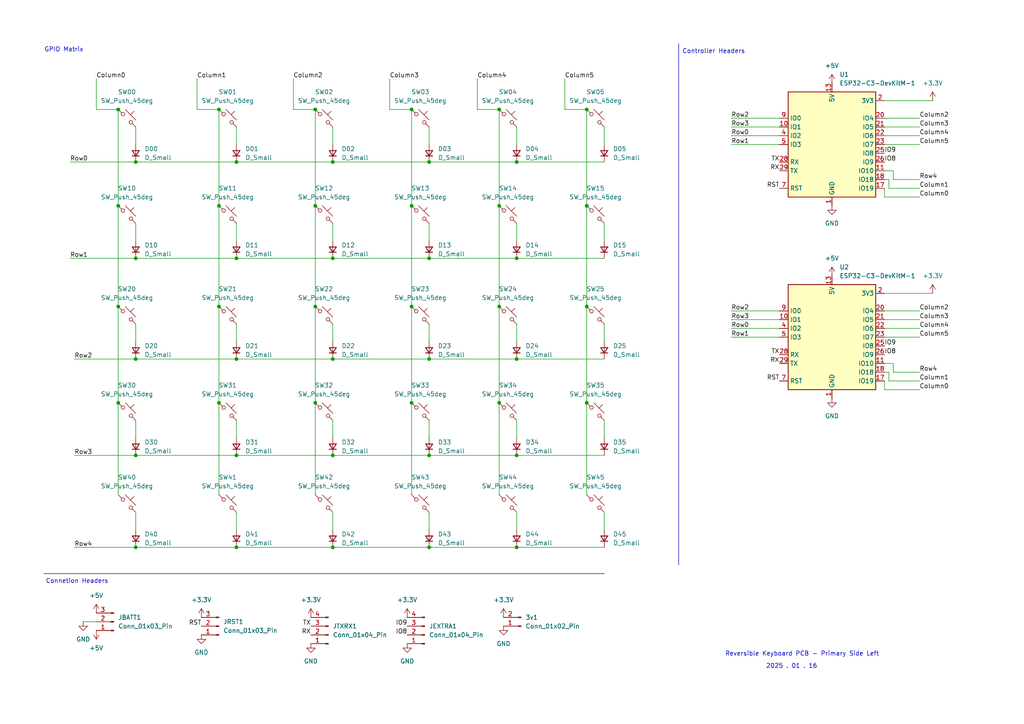
<source format=kicad_sch>
(kicad_sch (version 20231120) (generator "eeschema") (generator_version "8.0")
  (paper "A4")
  (lib_symbols
    (symbol "Connector:Conn_01x02_Pin" (pin_names (offset 1.016) hide)
      (property "Reference" "J" (at 0 2.54 0))
      (property "Value" "Conn_01x02_Pin" (at 0 -5.08 0))
      (symbol "Conn_01x02_Pin_1_1"
        (polyline (pts (xy 1.27 -2.54) (xy 0.8636 -2.54)) (stroke (width 0.1524)))
        (polyline (pts (xy 1.27 0) (xy 0.8636 0)) (stroke (width 0.1524)))
        (rectangle (start 0.8636 -2.413) (end 0 -2.667) (stroke (width 0.1524)) (fill (type outline)))
        (rectangle (start 0.8636 0.127) (end 0 -0.127) (stroke (width 0.1524)) (fill (type outline)))
        (pin passive line (at 5.08 0 180) (length 3.81) (name "Pin_1") (number "1"))
        (pin passive line (at 5.08 -2.54 180) (length 3.81) (name "Pin_2") (number "2"))
      )
    )
    (symbol "Connector:Conn_01x03_Pin" (pin_names (offset 1.016) hide)
      (property "Reference" "J" (at 0 5.08 0))
      (property "Value" "Conn_01x03_Pin" (at 0 -5.08 0))
      (symbol "Conn_01x03_Pin_1_1"
        (polyline (pts (xy 1.27 -2.54) (xy 0.8636 -2.54)) (stroke (width 0.1524)))
        (polyline (pts (xy 1.27 0) (xy 0.8636 0)) (stroke (width 0.1524)))
        (polyline (pts (xy 1.27 2.54) (xy 0.8636 2.54)) (stroke (width 0.1524)))
        (rectangle (start 0.8636 -2.413) (end 0 -2.667) (stroke (width 0.1524)) (fill (type outline)))
        (rectangle (start 0.8636 0.127) (end 0 -0.127) (stroke (width 0.1524)) (fill (type outline)))
        (rectangle (start 0.8636 2.667) (end 0 2.413) (stroke (width 0.1524)) (fill (type outline)))
        (pin passive line (at 5.08 2.54 180) (length 3.81) (name "Pin_1") (number "1"))
        (pin passive line (at 5.08 0 180) (length 3.81) (name "Pin_2") (number "2"))
        (pin passive line (at 5.08 -2.54 180) (length 3.81) (name "Pin_3") (number "3"))
      )
    )
    (symbol "Connector:Conn_01x04_Pin" (pin_names (offset 1.016) hide)
      (property "Reference" "J" (at 0 5.08 0))
      (property "Value" "Conn_01x04_Pin" (at 0 -7.62 0))
      (symbol "Conn_01x04_Pin_1_1"
        (polyline (pts (xy 1.27 -5.08) (xy 0.8636 -5.08)) (stroke (width 0.1524)))
        (polyline (pts (xy 1.27 -2.54) (xy 0.8636 -2.54)) (stroke (width 0.1524)))
        (polyline (pts (xy 1.27 0) (xy 0.8636 0)) (stroke (width 0.1524)))
        (polyline (pts (xy 1.27 2.54) (xy 0.8636 2.54)) (stroke (width 0.1524)))
        (rectangle (start 0.8636 -4.953) (end 0 -5.207) (stroke (width 0.1524)) (fill (type outline)))
        (rectangle (start 0.8636 -2.413) (end 0 -2.667) (stroke (width 0.1524)) (fill (type outline)))
        (rectangle (start 0.8636 0.127) (end 0 -0.127) (stroke (width 0.1524)) (fill (type outline)))
        (rectangle (start 0.8636 2.667) (end 0 2.413) (stroke (width 0.1524)) (fill (type outline)))
        (pin passive line (at 5.08 2.54 180) (length 3.81) (name "Pin_1") (number "1"))
        (pin passive line (at 5.08 0 180) (length 3.81) (name "Pin_2") (number "2"))
        (pin passive line (at 5.08 -2.54 180) (length 3.81) (name "Pin_3") (number "3"))
        (pin passive line (at 5.08 -5.08 180) (length 3.81) (name "Pin_4") (number "4"))
      )
    )
    (symbol "Device:D_Small" (pin_numbers hide) (pin_names (offset 0.254) hide)
      (property "Reference" "D" (at -1.27 2.032 0))
      (property "Value" "D_Small" (at -3.81 -2.032 0))
      (symbol "D_Small_0_1"
        (polyline (pts (xy -0.762 -1.016) (xy -0.762 1.016)) (stroke (width 0.254)))
        (polyline (pts (xy -0.762 0) (xy 0.762 0)))
        (polyline (pts (xy 0.762 -1.016) (xy -0.762 0) (xy 0.762 1.016) (xy 0.762 -1.016)) (stroke (width 0.254)))
      )
      (symbol "D_Small_1_1"
        (pin passive line (at -2.54 0 0) (length 1.778) (name "K") (number "1"))
        (pin passive line (at 2.54 0 180) (length 1.778) (name "A") (number "2"))
      )
    )
    (symbol "RF_Module:ESP32-C3-DevKitM-1"
      (property "Reference" "U" (at 7.62 16.51 0))
      (property "Value" "ESP32-C3-DevKitM-1" (at 11.684 -16.764 0))
      (symbol "ESP32-C3-DevKitM-1_1_1"
        (rectangle (start -12.7 15.24) (end 12.7 -15.24) (stroke (width 0.254)) (fill (type background)))
        (pin power_in line (at 0 -17.78 90) (length 2.54) (name "GND") (number "1"))
        (pin bidirectional line (at -15.24 5.08 0) (length 2.54) (name "IO1") (number "10"))
        (pin bidirectional line (at 15.24 -7.62 180) (length 2.54) (name "IO10") (number "11"))
        (pin passive line (at 0 -17.78 90) (length 2.54) hide (name "GND") (number "12"))
        (pin passive line (at 0 17.78 270) (length 2.54) (name "5V") (number "13"))
        (pin passive line (at 0 17.78 270) (length 2.54) hide (name "5V") (number "14"))
        (pin passive line (at 0 -17.78 90) (length 2.54) hide (name "GND") (number "15"))
        (pin passive line (at 0 -17.78 90) (length 2.54) hide (name "GND") (number "16"))
        (pin bidirectional line (at 15.24 -12.7 180) (length 2.54) (name "IO19") (number "17"))
        (pin bidirectional line (at 15.24 -10.16 180) (length 2.54) (name "IO18") (number "18"))
        (pin passive line (at 0 -17.78 90) (length 2.54) hide (name "GND") (number "19"))
        (pin power_out line (at 15.24 12.7 180) (length 2.54) (name "3V3") (number "2"))
        (pin bidirectional line (at 15.24 7.62 180) (length 2.54) (name "IO4") (number "20"))
        (pin bidirectional line (at 15.24 5.08 180) (length 2.54) (name "IO5") (number "21"))
        (pin bidirectional line (at 15.24 2.54 180) (length 2.54) (name "IO6") (number "22"))
        (pin bidirectional line (at 15.24 0 180) (length 2.54) (name "IO7") (number "23"))
        (pin passive line (at 0 -17.78 90) (length 2.54) hide (name "GND") (number "24"))
        (pin bidirectional line (at 15.24 -2.54 180) (length 2.54) (name "IO8") (number "25"))
        (pin bidirectional line (at 15.24 -5.08 180) (length 2.54) (name "IO9") (number "26"))
        (pin passive line (at 0 -17.78 90) (length 2.54) hide (name "GND") (number "27"))
        (pin input line (at -15.24 -5.08 0) (length 2.54) (name "RX") (number "28"))
        (pin output line (at -15.24 -7.62 0) (length 2.54) (name "TX") (number "29"))
        (pin passive line (at 15.24 12.7 180) (length 2.54) hide (name "3V3") (number "3"))
        (pin passive line (at 0 -17.78 90) (length 2.54) hide (name "GND") (number "30"))
        (pin bidirectional line (at -15.24 2.54 0) (length 2.54) (name "IO2") (number "4"))
        (pin bidirectional line (at -15.24 0 0) (length 2.54) (name "IO3") (number "5"))
        (pin passive line (at 0 -17.78 90) (length 2.54) hide (name "GND") (number "6"))
        (pin input line (at -15.24 -12.7 0) (length 2.54) (name "RST") (number "7"))
        (pin passive line (at 0 -17.78 90) (length 2.54) hide (name "GND") (number "8"))
        (pin bidirectional line (at -15.24 7.62 0) (length 2.54) (name "IO0") (number "9"))
      )
    )
    (symbol "Switch:SW_Push_45deg" (pin_numbers hide) (pin_names (offset 1.016) hide)
      (property "Reference" "SW" (at 3.048 1.016 0))
      (property "Value" "SW_Push_45deg" (at 0 -3.81 0))
      (symbol "SW_Push_45deg_0_1"
        (circle (center -1.1684 1.1684) (radius 0.508))
        (polyline (pts (xy -0.508 2.54) (xy 2.54 -0.508)))
        (polyline (pts (xy 1.016 1.016) (xy 2.032 2.032)))
        (polyline (pts (xy -2.54 2.54) (xy -1.524 1.524) (xy -1.524 1.524)))
        (polyline (pts (xy 1.524 -1.524) (xy 2.54 -2.54) (xy 2.54 -2.54) (xy 2.54 -2.54)))
        (circle (center 1.143 -1.1938) (radius 0.508))
        (pin passive line (at -2.54 2.54 0) (length 0) (name "1") (number "1"))
        (pin passive line (at 2.54 -2.54 180) (length 0) (name "2") (number "2"))
      )
    )
    (symbol "power:+3.3V" (power) (pin_numbers hide) (pin_names (offset 0) hide)
      (property "Value" "+3.3V" (at 0 3.556 0))
      (symbol "+3.3V_0_1"
        (polyline (pts (xy -0.762 1.27) (xy 0 2.54)))
        (polyline (pts (xy 0 0) (xy 0 2.54)))
        (polyline (pts (xy 0 2.54) (xy 0.762 1.27)))
      )
      (symbol "+3.3V_1_1"
        (pin power_in line (at 0 0 90) (length 0) (name "~") (number "1"))
      )
    )
    (symbol "power:+5V" (power) (pin_numbers hide) (pin_names (offset 0) hide)
      (property "Value" "+5V" (at 0 3.556 0))
      (symbol "+5V_0_1"
        (polyline (pts (xy -0.762 1.27) (xy 0 2.54)))
        (polyline (pts (xy 0 0) (xy 0 2.54)))
        (polyline (pts (xy 0 2.54) (xy 0.762 1.27)))
      )
      (symbol "+5V_1_1"
        (pin power_in line (at 0 0 90) (length 0) (name "~") (number "1"))
      )
    )
    (symbol "power:GND" (power) (pin_numbers hide) (pin_names (offset 0) hide)
      (property "Value" "GND" (at 0 -3.81 0))
      (symbol "GND_0_1"
        (polyline (pts (xy 0 0) (xy 0 -1.27) (xy 1.27 -1.27) (xy 0 -2.54) (xy -1.27 -1.27) (xy 0 -1.27)))
      )
      (symbol "GND_1_1"
        (pin power_in line (at 0 0 270) (length 0) (name "~") (number "1"))
      )
    )
  )
  (junction (at 39.37 74.93))
  (junction (at 63.5 59.69))
  (junction (at 124.46 46.99))
  (junction (at 149.86 132.08))
  (junction (at 170.18 59.69))
  (junction (at 96.52 104.14))
  (junction (at 149.86 74.93))
  (junction (at 124.46 104.14))
  (junction (at 91.44 31.75))
  (junction (at 34.29 59.69))
  (junction (at 96.52 46.99))
  (junction (at 39.37 132.08))
  (junction (at 144.78 31.75))
  (junction (at 39.37 104.14))
  (junction (at 68.58 74.93))
  (junction (at 68.58 158.75))
  (junction (at 144.78 116.84))
  (junction (at 124.46 74.93))
  (junction (at 34.29 116.84))
  (junction (at 170.18 116.84))
  (junction (at 96.52 132.08))
  (junction (at 34.29 31.75))
  (junction (at 119.38 59.69))
  (junction (at 91.44 88.9))
  (junction (at 34.29 88.9))
  (junction (at 124.46 132.08))
  (junction (at 119.38 88.9))
  (junction (at 63.5 31.75))
  (junction (at 119.38 116.84))
  (junction (at 144.78 59.69))
  (junction (at 68.58 132.08))
  (junction (at 149.86 158.75))
  (junction (at 119.38 31.75))
  (junction (at 170.18 88.9))
  (junction (at 63.5 116.84))
  (junction (at 96.52 158.75))
  (junction (at 149.86 46.99))
  (junction (at 39.37 158.75))
  (junction (at 144.78 88.9))
  (junction (at 63.5 88.9))
  (junction (at 39.37 46.99))
  (junction (at 91.44 59.69))
  (junction (at 96.52 74.93))
  (junction (at 170.18 31.75))
  (junction (at 124.46 158.75))
  (junction (at 149.86 104.14))
  (junction (at 91.44 116.84))
  (junction (at 68.58 104.14))
  (junction (at 68.58 46.99))
  (wire (pts (xy 256.54 36.83) (xy 266.7 36.83)))
  (wire (pts (xy 138.43 31.75) (xy 144.78 31.75)))
  (wire (pts (xy 68.58 121.92) (xy 68.58 127)))
  (wire (pts (xy 149.86 64.77) (xy 149.86 69.85)))
  (wire (pts (xy 144.78 88.9) (xy 144.78 116.84)))
  (wire (pts (xy 57.15 31.75) (xy 63.5 31.75)))
  (wire (pts (xy 39.37 132.08) (xy 68.58 132.08)))
  (wire (pts (xy 175.26 148.59) (xy 175.26 153.67)))
  (wire (pts (xy 68.58 104.14) (xy 96.52 104.14)))
  (wire (pts (xy 96.52 46.99) (xy 124.46 46.99)))
  (wire (pts (xy 257.81 52.07) (xy 257.81 54.61)))
  (wire (pts (xy 256.54 95.25) (xy 266.7 95.25)))
  (wire (pts (xy 170.18 116.84) (xy 170.18 143.51)))
  (wire (pts (xy 91.44 88.9) (xy 91.44 116.84)))
  (wire (pts (xy 149.86 36.83) (xy 149.86 41.91)))
  (wire (pts (xy 257.81 110.49) (xy 266.7 110.49)))
  (wire (pts (xy 34.29 88.9) (xy 34.29 116.84)))
  (wire (pts (xy 212.09 95.25) (xy 226.06 95.25)))
  (wire (pts (xy 21.59 104.14) (xy 39.37 104.14)))
  (wire (pts (xy 259.08 107.95) (xy 266.7 107.95)))
  (wire (pts (xy 256.54 113.03) (xy 266.7 113.03)))
  (wire (pts (xy 113.03 22.86) (xy 113.03 31.75)))
  (wire (pts (xy 149.86 46.99) (xy 175.26 46.99)))
  (wire (pts (xy 138.43 22.86) (xy 138.43 31.75)))
  (wire (pts (xy 256.54 34.29) (xy 266.7 34.29)))
  (wire (pts (xy 256.54 29.21) (xy 270.51 29.21)))
  (wire (pts (xy 68.58 36.83) (xy 68.58 41.91)))
  (wire (pts (xy 149.86 148.59) (xy 149.86 153.67)))
  (wire (pts (xy 91.44 31.75) (xy 91.44 59.69)))
  (wire (pts (xy 149.86 158.75) (xy 175.26 158.75)))
  (wire (pts (xy 68.58 158.75) (xy 96.52 158.75)))
  (wire (pts (xy 68.58 148.59) (xy 68.58 153.67)))
  (wire (pts (xy 256.54 52.07) (xy 257.81 52.07)))
  (wire (pts (xy 124.46 104.14) (xy 149.86 104.14)))
  (wire (pts (xy 68.58 93.98) (xy 68.58 99.06)))
  (wire (pts (xy 257.81 54.61) (xy 266.7 54.61)))
  (wire (pts (xy 34.29 59.69) (xy 34.29 88.9)))
  (wire (pts (xy 20.32 74.93) (xy 39.37 74.93)))
  (wire (pts (xy 39.37 121.92) (xy 39.37 127)))
  (wire (pts (xy 96.52 74.93) (xy 124.46 74.93)))
  (wire (pts (xy 212.09 92.71) (xy 226.06 92.71)))
  (wire (pts (xy 119.38 59.69) (xy 119.38 88.9)))
  (wire (pts (xy 119.38 31.75) (xy 119.38 59.69)))
  (wire (pts (xy 96.52 64.77) (xy 96.52 69.85)))
  (wire (pts (xy 68.58 46.99) (xy 96.52 46.99)))
  (wire (pts (xy 212.09 90.17) (xy 226.06 90.17)))
  (wire (pts (xy 256.54 107.95) (xy 257.81 107.95)))
  (wire (pts (xy 256.54 57.15) (xy 266.7 57.15)))
  (wire (pts (xy 259.08 49.53) (xy 259.08 52.07)))
  (wire (pts (xy 96.52 36.83) (xy 96.52 41.91)))
  (wire (pts (xy 68.58 64.77) (xy 68.58 69.85)))
  (wire (pts (xy 124.46 121.92) (xy 124.46 127)))
  (wire (pts (xy 256.54 97.79) (xy 266.7 97.79)))
  (wire (pts (xy 256.54 92.71) (xy 266.7 92.71)))
  (wire (pts (xy 212.09 34.29) (xy 226.06 34.29)))
  (wire (pts (xy 68.58 74.93) (xy 96.52 74.93)))
  (wire (pts (xy 163.83 22.86) (xy 163.83 31.75)))
  (wire (pts (xy 68.58 132.08) (xy 96.52 132.08)))
  (wire (pts (xy 34.29 116.84) (xy 34.29 143.51)))
  (wire (pts (xy 113.03 31.75) (xy 119.38 31.75)))
  (wire (pts (xy 256.54 85.09) (xy 270.51 85.09)))
  (wire (pts (xy 124.46 158.75) (xy 149.86 158.75)))
  (wire (pts (xy 212.09 97.79) (xy 226.06 97.79)))
  (wire (pts (xy 63.5 59.69) (xy 63.5 88.9)))
  (wire (pts (xy 256.54 39.37) (xy 266.7 39.37)))
  (wire (pts (xy 256.54 41.91) (xy 266.7 41.91)))
  (wire (pts (xy 27.94 31.75) (xy 34.29 31.75)))
  (wire (pts (xy 39.37 148.59) (xy 39.37 153.67)))
  (wire (pts (xy 91.44 116.84) (xy 91.44 143.51)))
  (wire (pts (xy 149.86 104.14) (xy 175.26 104.14)))
  (wire (pts (xy 39.37 104.14) (xy 68.58 104.14)))
  (wire (pts (xy 85.09 22.86) (xy 85.09 31.75)))
  (wire (pts (xy 39.37 36.83) (xy 39.37 41.91)))
  (wire (pts (xy 257.81 107.95) (xy 257.81 110.49)))
  (wire (pts (xy 39.37 64.77) (xy 39.37 69.85)))
  (wire (pts (xy 63.5 116.84) (xy 63.5 143.51)))
  (wire (pts (xy 119.38 116.84) (xy 119.38 143.51)))
  (polyline (pts (xy 12.7 166.37) (xy 175.26 166.37)))
  (wire (pts (xy 149.86 121.92) (xy 149.86 127)))
  (wire (pts (xy 21.59 158.75) (xy 39.37 158.75)))
  (wire (pts (xy 124.46 132.08) (xy 149.86 132.08)))
  (wire (pts (xy 144.78 31.75) (xy 144.78 59.69)))
  (wire (pts (xy 175.26 64.77) (xy 175.26 69.85)))
  (wire (pts (xy 24.13 180.34) (xy 27.94 180.34)))
  (wire (pts (xy 91.44 59.69) (xy 91.44 88.9)))
  (wire (pts (xy 21.59 132.08) (xy 39.37 132.08)))
  (wire (pts (xy 63.5 88.9) (xy 63.5 116.84)))
  (wire (pts (xy 149.86 132.08) (xy 175.26 132.08)))
  (wire (pts (xy 175.26 121.92) (xy 175.26 127)))
  (wire (pts (xy 34.29 31.75) (xy 34.29 59.69)))
  (wire (pts (xy 256.54 105.41) (xy 259.08 105.41)))
  (wire (pts (xy 170.18 59.69) (xy 170.18 88.9)))
  (wire (pts (xy 63.5 31.75) (xy 63.5 59.69)))
  (wire (pts (xy 124.46 64.77) (xy 124.46 69.85)))
  (wire (pts (xy 256.54 90.17) (xy 266.7 90.17)))
  (wire (pts (xy 119.38 88.9) (xy 119.38 116.84)))
  (wire (pts (xy 39.37 74.93) (xy 68.58 74.93)))
  (wire (pts (xy 27.94 22.86) (xy 27.94 31.75)))
  (wire (pts (xy 259.08 105.41) (xy 259.08 107.95)))
  (wire (pts (xy 124.46 74.93) (xy 149.86 74.93)))
  (wire (pts (xy 212.09 36.83) (xy 226.06 36.83)))
  (wire (pts (xy 96.52 121.92) (xy 96.52 127)))
  (wire (pts (xy 124.46 93.98) (xy 124.46 99.06)))
  (wire (pts (xy 259.08 52.07) (xy 266.7 52.07)))
  (polyline (pts (xy 196.85 12.7) (xy 196.85 163.83)))
  (wire (pts (xy 124.46 36.83) (xy 124.46 41.91)))
  (wire (pts (xy 96.52 104.14) (xy 124.46 104.14)))
  (wire (pts (xy 212.09 41.91) (xy 226.06 41.91)))
  (wire (pts (xy 163.83 31.75) (xy 170.18 31.75)))
  (wire (pts (xy 96.52 93.98) (xy 96.52 99.06)))
  (wire (pts (xy 39.37 46.99) (xy 68.58 46.99)))
  (wire (pts (xy 256.54 54.61) (xy 256.54 57.15)))
  (wire (pts (xy 175.26 36.83) (xy 175.26 41.91)))
  (wire (pts (xy 124.46 46.99) (xy 149.86 46.99)))
  (wire (pts (xy 39.37 93.98) (xy 39.37 99.06)))
  (wire (pts (xy 20.32 46.99) (xy 39.37 46.99)))
  (wire (pts (xy 96.52 158.75) (xy 124.46 158.75)))
  (wire (pts (xy 144.78 116.84) (xy 144.78 143.51)))
  (wire (pts (xy 256.54 110.49) (xy 256.54 113.03)))
  (wire (pts (xy 170.18 31.75) (xy 170.18 59.69)))
  (wire (pts (xy 39.37 158.75) (xy 68.58 158.75)))
  (wire (pts (xy 149.86 93.98) (xy 149.86 99.06)))
  (wire (pts (xy 96.52 132.08) (xy 124.46 132.08)))
  (wire (pts (xy 170.18 88.9) (xy 170.18 116.84)))
  (wire (pts (xy 175.26 93.98) (xy 175.26 99.06)))
  (wire (pts (xy 212.09 39.37) (xy 226.06 39.37)))
  (wire (pts (xy 149.86 74.93) (xy 175.26 74.93)))
  (wire (pts (xy 256.54 49.53) (xy 259.08 49.53)))
  (wire (pts (xy 144.78 59.69) (xy 144.78 88.9)))
  (wire (pts (xy 96.52 148.59) (xy 96.52 153.67)))
  (wire (pts (xy 57.15 22.86) (xy 57.15 31.75)))
  (wire (pts (xy 124.46 148.59) (xy 124.46 153.67)))
  (wire (pts (xy 85.09 31.75) (xy 91.44 31.75)))
  (text "Reversible Keyboard PCB - Primary Side Left" (at 232.664 189.738 0) (effects (font (size 1.27 1.27))))
  (text "2025 . 01 . 16" (at 229.616 193.294 0) (effects (font (size 1.27 1.27))))
  (text "Connetion Headers" (at 22.352 168.656 0) (effects (font (size 1.27 1.27))))
  (text "Controller Headers" (at 207.01 14.986 0) (effects (font (size 1.27 1.27))))
  (text "GPIO Matrix" (at 18.542 14.478 0) (effects (font (size 1.27 1.27))))
  (label "Column3" (at 266.7 92.71 0))
  (label "RX" (at 226.06 105.41 180))
  (label "TX" (at 226.06 46.99 180))
  (label "Row0" (at 20.32 46.99 0))
  (label "Column2" (at 266.7 90.17 0))
  (label "RX" (at 90.17 184.15 180))
  (label "Column1" (at 57.15 22.86 0))
  (label "Row4" (at 21.59 158.75 0))
  (label "Column5" (at 163.83 22.86 0))
  (label "TX" (at 90.17 181.61 180))
  (label "Row4" (at 266.7 107.95 0))
  (label "Column2" (at 85.09 22.86 0))
  (label "Row1" (at 20.32 74.93 0))
  (label "Row2" (at 212.09 34.29 0))
  (label "Column4" (at 138.43 22.86 0))
  (label "Column5" (at 266.7 41.91 0))
  (label "TX" (at 226.06 102.87 180))
  (label "Row3" (at 21.59 132.08 0))
  (label "Column3" (at 113.03 22.86 0))
  (label "RST" (at 226.06 54.61 180))
  (label "Row2" (at 21.59 104.14 0))
  (label "IO9" (at 118.11 181.61 180))
  (label "RST" (at 58.42 181.61 180))
  (label "Column4" (at 266.7 95.25 0))
  (label "Row2" (at 212.09 90.17 0))
  (label "Row3" (at 212.09 92.71 0))
  (label "Row1" (at 212.09 41.91 0))
  (label "Column0" (at 266.7 113.03 0))
  (label "Column0" (at 266.7 57.15 0))
  (label "IO8" (at 256.54 102.87 0))
  (label "Row0" (at 212.09 39.37 0))
  (label "RST" (at 226.06 110.49 180))
  (label "IO9" (at 256.54 100.33 0))
  (label "Column0" (at 27.94 22.86 0))
  (label "Column1" (at 266.7 110.49 0))
  (label "IO8" (at 256.54 46.99 0))
  (label "Column2" (at 266.7 34.29 0))
  (label "Column3" (at 266.7 36.83 0))
  (label "RX" (at 226.06 49.53 180))
  (label "Row3" (at 212.09 36.83 0))
  (label "IO8" (at 118.11 184.15 180))
  (label "Column5" (at 266.7 97.79 0))
  (label "Row1" (at 212.09 97.79 0))
  (label "IO9" (at 256.54 44.45 0))
  (label "Column1" (at 266.7 54.61 0))
  (label "Column4" (at 266.7 39.37 0))
  (label "Row0" (at 212.09 95.25 0))
  (label "Row4" (at 266.7 52.07 0))
  (symbol (lib_id "Switch:SW_Push_45deg") (at 147.32 34.29 0) (unit 1)
    (property "Reference" "SW04" (at 147.32 26.67 0))
    (property "Value" "SW_Push_45deg" (at 147.32 29.21 0))
    (property "Footprint" "PCM_Switch_Keyboard_Hotswap_Kailh:SW_Hotswap_Kailh_MX_reversible_1.00u" (effects (hide yes)))
    (property "Description" "Push button switch, normally open, two pins, 45° tilted" (effects (hide yes)))
  )
  (symbol (lib_id "Switch:SW_Push_45deg") (at 172.72 146.05 0) (unit 1)
    (property "Reference" "SW45" (at 172.72 138.43 0))
    (property "Value" "SW_Push_45deg" (at 172.72 140.97 0))
    (property "Footprint" "PCM_Switch_Keyboard_Hotswap_Kailh:SW_Hotswap_Kailh_MX_reversible_1.00u" (effects (hide yes)))
    (property "Description" "Push button switch, normally open, two pins, 45° tilted" (effects (hide yes)))
  )
  (symbol (lib_id "Switch:SW_Push_45deg") (at 66.04 146.05 0) (unit 1)
    (property "Reference" "SW41" (at 66.04 138.43 0))
    (property "Value" "SW_Push_45deg" (at 66.04 140.97 0))
    (property "Footprint" "PCM_Switch_Keyboard_Hotswap_Kailh:SW_Hotswap_Kailh_MX_reversible_1.00u" (effects (hide yes)))
    (property "Description" "Push button switch, normally open, two pins, 45° tilted" (effects (hide yes)))
  )
  (symbol (lib_id "power:+5V") (at 27.94 182.88 180) (unit 1)
    (property "Reference" "#PWR012" (effects (hide yes)))
    (property "Value" "+5V" (at 27.94 187.96 0))
    (property "Description" "Power symbol creates a global label with name \"+5V\"" (effects (hide yes)))
  )
  (symbol (lib_id "Switch:SW_Push_45deg") (at 147.32 62.23 0) (unit 1)
    (property "Reference" "SW14" (at 147.32 54.61 0))
    (property "Value" "SW_Push_45deg" (at 147.32 57.15 0))
    (property "Footprint" "PCM_Switch_Keyboard_Hotswap_Kailh:SW_Hotswap_Kailh_MX_reversible_1.00u" (effects (hide yes)))
    (property "Description" "Push button switch, normally open, two pins, 45° tilted" (effects (hide yes)))
  )
  (symbol (lib_id "Switch:SW_Push_45deg") (at 121.92 91.44 0) (unit 1)
    (property "Reference" "SW23" (at 121.92 83.82 0))
    (property "Value" "SW_Push_45deg" (at 121.92 86.36 0))
    (property "Footprint" "PCM_Switch_Keyboard_Hotswap_Kailh:SW_Hotswap_Kailh_MX_reversible_1.00u" (effects (hide yes)))
    (property "Description" "Push button switch, normally open, two pins, 45° tilted" (effects (hide yes)))
  )
  (symbol (lib_id "Switch:SW_Push_45deg") (at 36.83 34.29 0) (unit 1)
    (property "Reference" "SW00" (at 36.83 26.67 0))
    (property "Value" "SW_Push_45deg" (at 36.83 29.21 0))
    (property "Footprint" "PCM_Switch_Keyboard_Hotswap_Kailh:SW_Hotswap_Kailh_MX_reversible_1.00u" (effects (hide yes)))
    (property "Description" "Push button switch, normally open, two pins, 45° tilted" (effects (hide yes)))
  )
  (symbol (lib_id "Switch:SW_Push_45deg") (at 147.32 146.05 0) (unit 1)
    (property "Reference" "SW44" (at 147.32 138.43 0))
    (property "Value" "SW_Push_45deg" (at 147.32 140.97 0))
    (property "Footprint" "PCM_Switch_Keyboard_Hotswap_Kailh:SW_Hotswap_Kailh_MX_reversible_1.00u" (effects (hide yes)))
    (property "Description" "Push button switch, normally open, two pins, 45° tilted" (effects (hide yes)))
  )
  (symbol (lib_id "power:+5V") (at 241.3 80.01 0) (unit 1)
    (property "Reference" "#PWR015" (effects (hide yes)))
    (property "Value" "+5V" (at 241.3 74.93 0))
    (property "Description" "Power symbol creates a global label with name \"+5V\"" (effects (hide yes)))
  )
  (symbol (lib_id "power:+3.3V") (at 58.42 179.07 0) (unit 1)
    (property "Reference" "#PWR08" (effects (hide yes)))
    (property "Value" "+3.3V" (at 58.42 173.99 0))
    (property "Description" "Power symbol creates a global label with name \"+3.3V\"" (effects (hide yes)))
  )
  (symbol (lib_id "Device:D_Small") (at 124.46 44.45 90) (unit 1)
    (property "Reference" "D03" (at 127 43.1799 90) (effects (justify right)))
    (property "Value" "D_Small" (at 127 45.7199 90) (effects (justify right)))
    (property "Footprint" "Library:D_T-1_P5.08mm_Horizontal_Double_Silkscreen" (effects (hide yes)))
    (property "Description" "Diode, small symbol" (effects (hide yes)))
    (property "Sim.Device" "D" (effects (hide yes)))
    (property "Sim.Pins" "1=K 2=A" (effects (hide yes)))
  )
  (symbol (lib_id "Connector:Conn_01x03_Pin") (at 63.5 181.61 180) (unit 1)
    (property "Reference" "JRST1" (at 64.77 180.3399 0) (effects (justify right)))
    (property "Value" "Conn_01x03_Pin" (at 64.77 182.8799 0) (effects (justify right)))
    (property "Footprint" "Connector_JST:JST_PH_S3B-PH-K_1x03_P2.00mm_Horizontal" (effects (hide yes)))
    (property "Description" "Generic connector, single row, 01x03, script generated" (effects (hide yes)))
  )
  (symbol (lib_id "power:GND") (at 118.11 186.69 0) (unit 1)
    (property "Reference" "#PWR010" (effects (hide yes)))
    (property "Value" "GND" (at 118.11 191.77 0))
    (property "Description" "Power symbol creates a global label with name \"GND\" , ground" (effects (hide yes)))
  )
  (symbol (lib_id "power:+5V") (at 27.94 177.8 0) (unit 1)
    (property "Reference" "#PWR05" (effects (hide yes)))
    (property "Value" "+5V" (at 27.94 172.72 0))
    (property "Description" "Power symbol creates a global label with name \"+5V\"" (effects (hide yes)))
  )
  (symbol (lib_id "Device:D_Small") (at 175.26 129.54 90) (unit 1)
    (property "Reference" "D35" (at 177.8 128.2699 90) (effects (justify right)))
    (property "Value" "D_Small" (at 177.8 130.8099 90) (effects (justify right)))
    (property "Footprint" "Library:D_T-1_P5.08mm_Horizontal_Double_Silkscreen" (effects (hide yes)))
    (property "Description" "Diode, small symbol" (effects (hide yes)))
    (property "Sim.Device" "D" (effects (hide yes)))
    (property "Sim.Pins" "1=K 2=A" (effects (hide yes)))
  )
  (symbol (lib_id "Connector:Conn_01x04_Pin") (at 123.19 184.15 180) (unit 1)
    (property "Reference" "JEXTRA1" (at 124.46 181.6099 0) (effects (justify right)))
    (property "Value" "Conn_01x04_Pin" (at 124.46 184.1499 0) (effects (justify right)))
    (property "Footprint" "Connector_JST:JST_PH_S4B-PH-K_1x04_P2.00mm_Horizontal" (effects (hide yes)))
    (property "Description" "Generic connector, single row, 01x04, script generated" (effects (hide yes)))
  )
  (symbol (lib_id "Device:D_Small") (at 68.58 44.45 90) (unit 1)
    (property "Reference" "D01" (at 71.12 43.1799 90) (effects (justify right)))
    (property "Value" "D_Small" (at 71.12 45.7199 90) (effects (justify right)))
    (property "Footprint" "Library:D_T-1_P5.08mm_Horizontal_Double_Silkscreen" (effects (hide yes)))
    (property "Description" "Diode, small symbol" (effects (hide yes)))
    (property "Sim.Device" "D" (effects (hide yes)))
    (property "Sim.Pins" "1=K 2=A" (effects (hide yes)))
  )
  (symbol (lib_id "Device:D_Small") (at 39.37 72.39 90) (unit 1)
    (property "Reference" "D10" (at 41.91 71.1199 90) (effects (justify right)))
    (property "Value" "D_Small" (at 41.91 73.6599 90) (effects (justify right)))
    (property "Footprint" "Library:D_T-1_P5.08mm_Horizontal_Double_Silkscreen" (effects (hide yes)))
    (property "Description" "Diode, small symbol" (effects (hide yes)))
    (property "Sim.Device" "D" (effects (hide yes)))
    (property "Sim.Pins" "1=K 2=A" (effects (hide yes)))
  )
  (symbol (lib_id "Device:D_Small") (at 96.52 44.45 90) (unit 1)
    (property "Reference" "D02" (at 99.06 43.1799 90) (effects (justify right)))
    (property "Value" "D_Small" (at 99.06 45.7199 90) (effects (justify right)))
    (property "Footprint" "Library:D_T-1_P5.08mm_Horizontal_Double_Silkscreen" (effects (hide yes)))
    (property "Description" "Diode, small symbol" (effects (hide yes)))
    (property "Sim.Device" "D" (effects (hide yes)))
    (property "Sim.Pins" "1=K 2=A" (effects (hide yes)))
  )
  (symbol (lib_id "Device:D_Small") (at 149.86 129.54 90) (unit 1)
    (property "Reference" "D34" (at 152.4 128.2699 90) (effects (justify right)))
    (property "Value" "D_Small" (at 152.4 130.8099 90) (effects (justify right)))
    (property "Footprint" "Library:D_T-1_P5.08mm_Horizontal_Double_Silkscreen" (effects (hide yes)))
    (property "Description" "Diode, small symbol" (effects (hide yes)))
    (property "Sim.Device" "D" (effects (hide yes)))
    (property "Sim.Pins" "1=K 2=A" (effects (hide yes)))
  )
  (symbol (lib_id "power:+3.3V") (at 118.11 179.07 0) (unit 1)
    (property "Reference" "#PWR09" (effects (hide yes)))
    (property "Value" "+3.3V" (at 118.11 173.99 0))
    (property "Description" "Power symbol creates a global label with name \"+3.3V\"" (effects (hide yes)))
  )
  (symbol (lib_id "Switch:SW_Push_45deg") (at 172.72 119.38 0) (unit 1)
    (property "Reference" "SW35" (at 172.72 111.76 0))
    (property "Value" "SW_Push_45deg" (at 172.72 114.3 0))
    (property "Footprint" "PCM_Switch_Keyboard_Hotswap_Kailh:SW_Hotswap_Kailh_MX_reversible_1.25u" (effects (hide yes)))
    (property "Description" "Push button switch, normally open, two pins, 45° tilted" (effects (hide yes)))
  )
  (symbol (lib_id "Device:D_Small") (at 39.37 129.54 90) (unit 1)
    (property "Reference" "D30" (at 41.91 128.2699 90) (effects (justify right)))
    (property "Value" "D_Small" (at 41.91 130.8099 90) (effects (justify right)))
    (property "Footprint" "Library:D_T-1_P5.08mm_Horizontal_Double_Silkscreen" (effects (hide yes)))
    (property "Description" "Diode, small symbol" (effects (hide yes)))
    (property "Sim.Device" "D" (effects (hide yes)))
    (property "Sim.Pins" "1=K 2=A" (effects (hide yes)))
  )
  (symbol (lib_id "Switch:SW_Push_45deg") (at 172.72 91.44 0) (unit 1)
    (property "Reference" "SW25" (at 172.72 83.82 0))
    (property "Value" "SW_Push_45deg" (at 172.72 86.36 0))
    (property "Footprint" "PCM_Switch_Keyboard_Hotswap_Kailh:SW_Hotswap_Kailh_MX_reversible_1.25u" (effects (hide yes)))
    (property "Description" "Push button switch, normally open, two pins, 45° tilted" (effects (hide yes)))
  )
  (symbol (lib_id "Device:D_Small") (at 175.26 44.45 90) (unit 1)
    (property "Reference" "D05" (at 177.8 43.1799 90) (effects (justify right)))
    (property "Value" "D_Small" (at 177.8 45.7199 90) (effects (justify right)))
    (property "Footprint" "Library:D_T-1_P5.08mm_Horizontal_Double_Silkscreen" (effects (hide yes)))
    (property "Description" "Diode, small symbol" (effects (hide yes)))
    (property "Sim.Device" "D" (effects (hide yes)))
    (property "Sim.Pins" "1=K 2=A" (effects (hide yes)))
  )
  (symbol (lib_id "Switch:SW_Push_45deg") (at 36.83 146.05 0) (unit 1)
    (property "Reference" "SW40" (at 36.83 138.43 0))
    (property "Value" "SW_Push_45deg" (at 36.83 140.97 0))
    (property "Footprint" "PCM_Switch_Keyboard_Hotswap_Kailh:SW_Hotswap_Kailh_MX_reversible_1.00u" (effects (hide yes)))
    (property "Description" "Push button switch, normally open, two pins, 45° tilted" (effects (hide yes)))
  )
  (symbol (lib_id "Switch:SW_Push_45deg") (at 36.83 91.44 0) (unit 1)
    (property "Reference" "SW20" (at 36.83 83.82 0))
    (property "Value" "SW_Push_45deg" (at 36.83 86.36 0))
    (property "Footprint" "PCM_Switch_Keyboard_Hotswap_Kailh:SW_Hotswap_Kailh_MX_reversible_1.00u" (effects (hide yes)))
    (property "Description" "Push button switch, normally open, two pins, 45° tilted" (effects (hide yes)))
  )
  (symbol (lib_id "Switch:SW_Push_45deg") (at 147.32 91.44 0) (unit 1)
    (property "Reference" "SW24" (at 147.32 83.82 0))
    (property "Value" "SW_Push_45deg" (at 147.32 86.36 0))
    (property "Footprint" "PCM_Switch_Keyboard_Hotswap_Kailh:SW_Hotswap_Kailh_MX_reversible_1.00u" (effects (hide yes)))
    (property "Description" "Push button switch, normally open, two pins, 45° tilted" (effects (hide yes)))
  )
  (symbol (lib_id "RF_Module:ESP32-C3-DevKitM-1") (at 241.3 97.79 0) (unit 1)
    (property "Reference" "U2" (at 243.4941 77.47 0) (effects (justify left)))
    (property "Value" "ESP32-C3-DevKitM-1" (at 243.4941 80.01 0) (effects (justify left)))
    (property "Footprint" "RF_Module:ESP32-C3-DevKitM-1" (effects (hide yes)))
    (property "Datasheet" "https://docs.espressif.com/projects/esp-idf/en/latest/esp32c3/hw-reference/esp32c3/user-guide-devkitm-1.html" (effects (hide yes)))
    (property "Description" "Development board featuring ESP32-C3-MINI-1 module" (effects (hide yes)))
  )
  (symbol (lib_id "power:+3.3V") (at 90.17 179.07 0) (unit 1)
    (property "Reference" "#PWR06" (effects (hide yes)))
    (property "Value" "+3.3V" (at 90.17 173.99 0))
    (property "Description" "Power symbol creates a global label with name \"+3.3V\"" (effects (hide yes)))
  )
  (symbol (lib_id "power:+3.3V") (at 270.51 85.09 0) (unit 1)
    (property "Reference" "#PWR017" (effects (hide yes)))
    (property "Value" "+3.3V" (at 270.51 80.01 0))
    (property "Description" "Power symbol creates a global label with name \"+3.3V\"" (effects (hide yes)))
  )
  (symbol (lib_id "power:+3.3V") (at 270.51 29.21 0) (unit 1)
    (property "Reference" "#PWR03" (effects (hide yes)))
    (property "Value" "+3.3V" (at 270.51 24.13 0))
    (property "Description" "Power symbol creates a global label with name \"+3.3V\"" (effects (hide yes)))
  )
  (symbol (lib_id "Device:D_Small") (at 96.52 129.54 90) (unit 1)
    (property "Reference" "D32" (at 99.06 128.2699 90) (effects (justify right)))
    (property "Value" "D_Small" (at 99.06 130.8099 90) (effects (justify right)))
    (property "Footprint" "Library:D_T-1_P5.08mm_Horizontal_Double_Silkscreen" (effects (hide yes)))
    (property "Description" "Diode, small symbol" (effects (hide yes)))
    (property "Sim.Device" "D" (effects (hide yes)))
    (property "Sim.Pins" "1=K 2=A" (effects (hide yes)))
  )
  (symbol (lib_id "Switch:SW_Push_45deg") (at 66.04 62.23 0) (unit 1)
    (property "Reference" "SW11" (at 66.04 54.61 0))
    (property "Value" "SW_Push_45deg" (at 66.04 57.15 0))
    (property "Footprint" "PCM_Switch_Keyboard_Hotswap_Kailh:SW_Hotswap_Kailh_MX_reversible_1.00u" (effects (hide yes)))
    (property "Description" "Push button switch, normally open, two pins, 45° tilted" (effects (hide yes)))
  )
  (symbol (lib_id "Device:D_Small") (at 149.86 72.39 90) (unit 1)
    (property "Reference" "D14" (at 152.4 71.1199 90) (effects (justify right)))
    (property "Value" "D_Small" (at 152.4 73.6599 90) (effects (justify right)))
    (property "Footprint" "Library:D_T-1_P5.08mm_Horizontal_Double_Silkscreen" (effects (hide yes)))
    (property "Description" "Diode, small symbol" (effects (hide yes)))
    (property "Sim.Device" "D" (effects (hide yes)))
    (property "Sim.Pins" "1=K 2=A" (effects (hide yes)))
  )
  (symbol (lib_id "Switch:SW_Push_45deg") (at 172.72 62.23 0) (unit 1)
    (property "Reference" "SW15" (at 172.72 54.61 0))
    (property "Value" "SW_Push_45deg" (at 172.72 57.15 0))
    (property "Footprint" "PCM_Switch_Keyboard_Hotswap_Kailh:SW_Hotswap_Kailh_MX_reversible_1.25u" (effects (hide yes)))
    (property "Description" "Push button switch, normally open, two pins, 45° tilted" (effects (hide yes)))
  )
  (symbol (lib_id "Switch:SW_Push_45deg") (at 93.98 119.38 0) (unit 1)
    (property "Reference" "SW32" (at 93.98 111.76 0))
    (property "Value" "SW_Push_45deg" (at 93.98 114.3 0))
    (property "Footprint" "PCM_Switch_Keyboard_Hotswap_Kailh:SW_Hotswap_Kailh_MX_reversible_1.00u" (effects (hide yes)))
    (property "Description" "Push button switch, normally open, two pins, 45° tilted" (effects (hide yes)))
  )
  (symbol (lib_id "power:GND") (at 146.05 181.61 0) (unit 1)
    (property "Reference" "#PWR014" (effects (hide yes)))
    (property "Value" "GND" (at 146.05 186.69 0))
    (property "Description" "Power symbol creates a global label with name \"GND\" , ground" (effects (hide yes)))
  )
  (symbol (lib_id "Device:D_Small") (at 149.86 156.21 90) (unit 1)
    (property "Reference" "D44" (at 152.4 154.9399 90) (effects (justify right)))
    (property "Value" "D_Small" (at 152.4 157.4799 90) (effects (justify right)))
    (property "Footprint" "Library:D_T-1_P5.08mm_Horizontal_Double_Silkscreen" (effects (hide yes)))
    (property "Description" "Diode, small symbol" (effects (hide yes)))
    (property "Sim.Device" "D" (effects (hide yes)))
    (property "Sim.Pins" "1=K 2=A" (effects (hide yes)))
  )
  (symbol (lib_id "Switch:SW_Push_45deg") (at 121.92 34.29 0) (unit 1)
    (property "Reference" "SW03" (at 121.92 26.67 0))
    (property "Value" "SW_Push_45deg" (at 121.92 29.21 0))
    (property "Footprint" "PCM_Switch_Keyboard_Hotswap_Kailh:SW_Hotswap_Kailh_MX_reversible_1.00u" (effects (hide yes)))
    (property "Description" "Push button switch, normally open, two pins, 45° tilted" (effects (hide yes)))
  )
  (symbol (lib_id "power:GND") (at 90.17 186.69 0) (unit 1)
    (property "Reference" "#PWR07" (effects (hide yes)))
    (property "Value" "GND" (at 90.17 191.77 0))
    (property "Description" "Power symbol creates a global label with name \"GND\" , ground" (effects (hide yes)))
  )
  (symbol (lib_id "power:GND") (at 24.13 180.34 0) (unit 1)
    (property "Reference" "#PWR04" (effects (hide yes)))
    (property "Value" "GND" (at 24.13 185.42 0))
    (property "Description" "Power symbol creates a global label with name \"GND\" , ground" (effects (hide yes)))
  )
  (symbol (lib_id "Device:D_Small") (at 96.52 156.21 90) (unit 1)
    (property "Reference" "D42" (at 99.06 154.9399 90) (effects (justify right)))
    (property "Value" "D_Small" (at 99.06 157.4799 90) (effects (justify right)))
    (property "Footprint" "Library:D_T-1_P5.08mm_Horizontal_Double_Silkscreen" (effects (hide yes)))
    (property "Description" "Diode, small symbol" (effects (hide yes)))
    (property "Sim.Device" "D" (effects (hide yes)))
    (property "Sim.Pins" "1=K 2=A" (effects (hide yes)))
  )
  (symbol (lib_id "Device:D_Small") (at 149.86 44.45 90) (unit 1)
    (property "Reference" "D04" (at 152.4 43.1799 90) (effects (justify right)))
    (property "Value" "D_Small" (at 152.4 45.7199 90) (effects (justify right)))
    (property "Footprint" "Library:D_T-1_P5.08mm_Horizontal_Double_Silkscreen" (effects (hide yes)))
    (property "Description" "Diode, small symbol" (effects (hide yes)))
    (property "Sim.Device" "D" (effects (hide yes)))
    (property "Sim.Pins" "1=K 2=A" (effects (hide yes)))
  )
  (symbol (lib_id "Device:D_Small") (at 68.58 101.6 90) (unit 1)
    (property "Reference" "D21" (at 71.12 100.3299 90) (effects (justify right)))
    (property "Value" "D_Small" (at 71.12 102.8699 90) (effects (justify right)))
    (property "Footprint" "Library:D_T-1_P5.08mm_Horizontal_Double_Silkscreen" (effects (hide yes)))
    (property "Description" "Diode, small symbol" (effects (hide yes)))
    (property "Sim.Device" "D" (effects (hide yes)))
    (property "Sim.Pins" "1=K 2=A" (effects (hide yes)))
  )
  (symbol (lib_id "power:+3.3V") (at 146.05 179.07 0) (unit 1)
    (property "Reference" "#PWR013" (effects (hide yes)))
    (property "Value" "+3.3V" (at 146.05 173.99 0))
    (property "Description" "Power symbol creates a global label with name \"+3.3V\"" (effects (hide yes)))
  )
  (symbol (lib_id "power:GND") (at 58.42 184.15 0) (unit 1)
    (property "Reference" "#PWR011" (effects (hide yes)))
    (property "Value" "GND" (at 58.42 189.23 0))
    (property "Description" "Power symbol creates a global label with name \"GND\" , ground" (effects (hide yes)))
  )
  (symbol (lib_id "Switch:SW_Push_45deg") (at 36.83 119.38 0) (unit 1)
    (property "Reference" "SW30" (at 36.83 111.76 0))
    (property "Value" "SW_Push_45deg" (at 36.83 114.3 0))
    (property "Footprint" "PCM_Switch_Keyboard_Hotswap_Kailh:SW_Hotswap_Kailh_MX_reversible_1.00u" (effects (hide yes)))
    (property "Description" "Push button switch, normally open, two pins, 45° tilted" (effects (hide yes)))
  )
  (symbol (lib_id "Switch:SW_Push_45deg") (at 66.04 119.38 0) (unit 1)
    (property "Reference" "SW31" (at 66.04 111.76 0))
    (property "Value" "SW_Push_45deg" (at 66.04 114.3 0))
    (property "Footprint" "PCM_Switch_Keyboard_Hotswap_Kailh:SW_Hotswap_Kailh_MX_reversible_1.00u" (effects (hide yes)))
    (property "Description" "Push button switch, normally open, two pins, 45° tilted" (effects (hide yes)))
  )
  (symbol (lib_id "Connector:Conn_01x04_Pin") (at 95.25 184.15 180) (unit 1)
    (property "Reference" "JTXRX1" (at 96.52 181.6099 0) (effects (justify right)))
    (property "Value" "Conn_01x04_Pin" (at 96.52 184.1499 0) (effects (justify right)))
    (property "Footprint" "Connector_JST:JST_PH_S4B-PH-K_1x04_P2.00mm_Horizontal" (effects (hide yes)))
    (property "Description" "Generic connector, single row, 01x04, script generated" (effects (hide yes)))
  )
  (symbol (lib_id "Switch:SW_Push_45deg") (at 66.04 91.44 0) (unit 1)
    (property "Reference" "SW21" (at 66.04 83.82 0))
    (property "Value" "SW_Push_45deg" (at 66.04 86.36 0))
    (property "Footprint" "PCM_Switch_Keyboard_Hotswap_Kailh:SW_Hotswap_Kailh_MX_reversible_1.00u" (effects (hide yes)))
    (property "Description" "Push button switch, normally open, two pins, 45° tilted" (effects (hide yes)))
  )
  (symbol (lib_id "Device:D_Small") (at 68.58 129.54 90) (unit 1)
    (property "Reference" "D31" (at 71.12 128.2699 90) (effects (justify right)))
    (property "Value" "D_Small" (at 71.12 130.8099 90) (effects (justify right)))
    (property "Footprint" "Library:D_T-1_P5.08mm_Horizontal_Double_Silkscreen" (effects (hide yes)))
    (property "Description" "Diode, small symbol" (effects (hide yes)))
    (property "Sim.Device" "D" (effects (hide yes)))
    (property "Sim.Pins" "1=K 2=A" (effects (hide yes)))
  )
  (symbol (lib_id "Device:D_Small") (at 124.46 129.54 90) (unit 1)
    (property "Reference" "D33" (at 127 128.2699 90) (effects (justify right)))
    (property "Value" "D_Small" (at 127 130.8099 90) (effects (justify right)))
    (property "Footprint" "Library:D_T-1_P5.08mm_Horizontal_Double_Silkscreen" (effects (hide yes)))
    (property "Description" "Diode, small symbol" (effects (hide yes)))
    (property "Sim.Device" "D" (effects (hide yes)))
    (property "Sim.Pins" "1=K 2=A" (effects (hide yes)))
  )
  (symbol (lib_id "Device:D_Small") (at 39.37 156.21 90) (unit 1)
    (property "Reference" "D40" (at 41.91 154.9399 90) (effects (justify right)))
    (property "Value" "D_Small" (at 41.91 157.4799 90) (effects (justify right)))
    (property "Footprint" "Library:D_T-1_P5.08mm_Horizontal_Double_Silkscreen" (effects (hide yes)))
    (property "Description" "Diode, small symbol" (effects (hide yes)))
    (property "Sim.Device" "D" (effects (hide yes)))
    (property "Sim.Pins" "1=K 2=A" (effects (hide yes)))
  )
  (symbol (lib_id "Device:D_Small") (at 175.26 72.39 90) (unit 1)
    (property "Reference" "D15" (at 177.8 71.1199 90) (effects (justify right)))
    (property "Value" "D_Small" (at 177.8 73.6599 90) (effects (justify right)))
    (property "Footprint" "Library:D_T-1_P5.08mm_Horizontal_Double_Silkscreen" (effects (hide yes)))
    (property "Description" "Diode, small symbol" (effects (hide yes)))
    (property "Sim.Device" "D" (effects (hide yes)))
    (property "Sim.Pins" "1=K 2=A" (effects (hide yes)))
  )
  (symbol (lib_id "Device:D_Small") (at 124.46 156.21 90) (unit 1)
    (property "Reference" "D43" (at 127 154.9399 90) (effects (justify right)))
    (property "Value" "D_Small" (at 127 157.4799 90) (effects (justify right)))
    (property "Footprint" "Library:D_T-1_P5.08mm_Horizontal_Double_Silkscreen" (effects (hide yes)))
    (property "Description" "Diode, small symbol" (effects (hide yes)))
    (property "Sim.Device" "D" (effects (hide yes)))
    (property "Sim.Pins" "1=K 2=A" (effects (hide yes)))
  )
  (symbol (lib_id "Switch:SW_Push_45deg") (at 36.83 62.23 0) (unit 1)
    (property "Reference" "SW10" (at 36.83 54.61 0))
    (property "Value" "SW_Push_45deg" (at 36.83 57.15 0))
    (property "Footprint" "PCM_Switch_Keyboard_Hotswap_Kailh:SW_Hotswap_Kailh_MX_reversible_1.00u" (effects (hide yes)))
    (property "Description" "Push button switch, normally open, two pins, 45° tilted" (effects (hide yes)))
  )
  (symbol (lib_id "Switch:SW_Push_45deg") (at 66.04 34.29 0) (unit 1)
    (property "Reference" "SW01" (at 66.04 26.67 0))
    (property "Value" "SW_Push_45deg" (at 66.04 29.21 0))
    (property "Footprint" "PCM_Switch_Keyboard_Hotswap_Kailh:SW_Hotswap_Kailh_MX_reversible_1.00u" (effects (hide yes)))
    (property "Description" "Push button switch, normally open, two pins, 45° tilted" (effects (hide yes)))
  )
  (symbol (lib_id "Switch:SW_Push_45deg") (at 147.32 119.38 0) (unit 1)
    (property "Reference" "SW34" (at 147.32 111.76 0))
    (property "Value" "SW_Push_45deg" (at 147.32 114.3 0))
    (property "Footprint" "PCM_Switch_Keyboard_Hotswap_Kailh:SW_Hotswap_Kailh_MX_reversible_1.00u" (effects (hide yes)))
    (property "Description" "Push button switch, normally open, two pins, 45° tilted" (effects (hide yes)))
  )
  (symbol (lib_id "Switch:SW_Push_45deg") (at 121.92 119.38 0) (unit 1)
    (property "Reference" "SW33" (at 121.92 111.76 0))
    (property "Value" "SW_Push_45deg" (at 121.92 114.3 0))
    (property "Footprint" "PCM_Switch_Keyboard_Hotswap_Kailh:SW_Hotswap_Kailh_MX_reversible_1.00u" (effects (hide yes)))
    (property "Description" "Push button switch, normally open, two pins, 45° tilted" (effects (hide yes)))
  )
  (symbol (lib_id "Device:D_Small") (at 39.37 44.45 90) (unit 1)
    (property "Reference" "D00" (at 41.91 43.1799 90) (effects (justify right)))
    (property "Value" "D_Small" (at 41.91 45.7199 90) (effects (justify right)))
    (property "Footprint" "Library:D_T-1_P5.08mm_Horizontal_Double_Silkscreen" (effects (hide yes)))
    (property "Description" "Diode, small symbol" (effects (hide yes)))
    (property "Sim.Device" "D" (effects (hide yes)))
    (property "Sim.Pins" "1=K 2=A" (effects (hide yes)))
  )
  (symbol (lib_id "power:+5V") (at 241.3 24.13 0) (unit 1)
    (property "Reference" "#PWR02" (effects (hide yes)))
    (property "Value" "+5V" (at 241.3 19.05 0))
    (property "Description" "Power symbol creates a global label with name \"+5V\"" (effects (hide yes)))
  )
  (symbol (lib_id "Device:D_Small") (at 124.46 101.6 90) (unit 1)
    (property "Reference" "D23" (at 127 100.3299 90) (effects (justify right)))
    (property "Value" "D_Small" (at 127 102.8699 90) (effects (justify right)))
    (property "Footprint" "Library:D_T-1_P5.08mm_Horizontal_Double_Silkscreen" (effects (hide yes)))
    (property "Description" "Diode, small symbol" (effects (hide yes)))
    (property "Sim.Device" "D" (effects (hide yes)))
    (property "Sim.Pins" "1=K 2=A" (effects (hide yes)))
  )
  (symbol (lib_id "Device:D_Small") (at 68.58 156.21 90) (unit 1)
    (property "Reference" "D41" (at 71.12 154.9399 90) (effects (justify right)))
    (property "Value" "D_Small" (at 71.12 157.4799 90) (effects (justify right)))
    (property "Footprint" "Library:D_T-1_P5.08mm_Horizontal_Double_Silkscreen" (effects (hide yes)))
    (property "Description" "Diode, small symbol" (effects (hide yes)))
    (property "Sim.Device" "D" (effects (hide yes)))
    (property "Sim.Pins" "1=K 2=A" (effects (hide yes)))
  )
  (symbol (lib_id "Connector:Conn_01x02_Pin") (at 151.13 181.61 180) (unit 1)
    (property "Reference" "3v1" (at 152.4 179.0699 0) (effects (justify right)))
    (property "Value" "Conn_01x02_Pin" (at 152.4 181.6099 0) (effects (justify right)))
    (property "Footprint" "Connector_JST:JST_PH_S2B-PH-K_1x02_P2.00mm_Horizontal" (effects (hide yes)))
    (property "Description" "Generic connector, single row, 01x02, script generated" (effects (hide yes)))
  )
  (symbol (lib_id "Switch:SW_Push_45deg") (at 93.98 91.44 0) (unit 1)
    (property "Reference" "SW22" (at 93.98 83.82 0))
    (property "Value" "SW_Push_45deg" (at 93.98 86.36 0))
    (property "Footprint" "PCM_Switch_Keyboard_Hotswap_Kailh:SW_Hotswap_Kailh_MX_reversible_1.00u" (effects (hide yes)))
    (property "Description" "Push button switch, normally open, two pins, 45° tilted" (effects (hide yes)))
  )
  (symbol (lib_id "RF_Module:ESP32-C3-DevKitM-1") (at 241.3 41.91 0) (unit 1)
    (property "Reference" "U1" (at 243.4941 21.59 0) (effects (justify left)))
    (property "Value" "ESP32-C3-DevKitM-1" (at 243.4941 24.13 0) (effects (justify left)))
    (property "Footprint" "RF_Module:ESP32-C3-DevKitM-1" (effects (hide yes)))
    (property "Datasheet" "https://docs.espressif.com/projects/esp-idf/en/latest/esp32c3/hw-reference/esp32c3/user-guide-devkitm-1.html" (effects (hide yes)))
    (property "Description" "Development board featuring ESP32-C3-MINI-1 module" (effects (hide yes)))
  )
  (symbol (lib_id "Device:D_Small") (at 68.58 72.39 90) (unit 1)
    (property "Reference" "D11" (at 71.12 71.1199 90) (effects (justify right)))
    (property "Value" "D_Small" (at 71.12 73.6599 90) (effects (justify right)))
    (property "Footprint" "Library:D_T-1_P5.08mm_Horizontal_Double_Silkscreen" (effects (hide yes)))
    (property "Description" "Diode, small symbol" (effects (hide yes)))
    (property "Sim.Device" "D" (effects (hide yes)))
    (property "Sim.Pins" "1=K 2=A" (effects (hide yes)))
  )
  (symbol (lib_id "Device:D_Small") (at 175.26 101.6 90) (unit 1)
    (property "Reference" "D25" (at 177.8 100.3299 90) (effects (justify right)))
    (property "Value" "D_Small" (at 177.8 102.8699 90) (effects (justify right)))
    (property "Footprint" "Library:D_T-1_P5.08mm_Horizontal_Double_Silkscreen" (effects (hide yes)))
    (property "Description" "Diode, small symbol" (effects (hide yes)))
    (property "Sim.Device" "D" (effects (hide yes)))
    (property "Sim.Pins" "1=K 2=A" (effects (hide yes)))
  )
  (symbol (lib_id "Switch:SW_Push_45deg") (at 121.92 62.23 0) (unit 1)
    (property "Reference" "SW13" (at 121.92 54.61 0))
    (property "Value" "SW_Push_45deg" (at 121.92 57.15 0))
    (property "Footprint" "PCM_Switch_Keyboard_Hotswap_Kailh:SW_Hotswap_Kailh_MX_reversible_1.00u" (effects (hide yes)))
    (property "Description" "Push button switch, normally open, two pins, 45° tilted" (effects (hide yes)))
  )
  (symbol (lib_id "Connector:Conn_01x03_Pin") (at 33.02 180.34 180) (unit 1)
    (property "Reference" "JBATT1" (at 34.29 179.0699 0) (effects (justify right)))
    (property "Value" "Conn_01x03_Pin" (at 34.29 181.6099 0) (effects (justify right)))
    (property "Footprint" "Connector_JST:JST_PH_S3B-PH-K_1x03_P2.00mm_Horizontal" (effects (hide yes)))
    (property "Description" "Generic connector, single row, 01x03, script generated" (effects (hide yes)))
  )
  (symbol (lib_id "power:GND") (at 241.3 59.69 0) (unit 1)
    (property "Reference" "#PWR01" (effects (hide yes)))
    (property "Value" "GND" (at 241.3 64.77 0))
    (property "Description" "Power symbol creates a global label with name \"GND\" , ground" (effects (hide yes)))
  )
  (symbol (lib_id "Device:D_Small") (at 149.86 101.6 90) (unit 1)
    (property "Reference" "D24" (at 152.4 100.3299 90) (effects (justify right)))
    (property "Value" "D_Small" (at 152.4 102.8699 90) (effects (justify right)))
    (property "Footprint" "Library:D_T-1_P5.08mm_Horizontal_Double_Silkscreen" (effects (hide yes)))
    (property "Description" "Diode, small symbol" (effects (hide yes)))
    (property "Sim.Device" "D" (effects (hide yes)))
    (property "Sim.Pins" "1=K 2=A" (effects (hide yes)))
  )
  (symbol (lib_id "Switch:SW_Push_45deg") (at 93.98 34.29 0) (unit 1)
    (property "Reference" "SW02" (at 93.98 26.67 0))
    (property "Value" "SW_Push_45deg" (at 93.98 29.21 0))
    (property "Footprint" "PCM_Switch_Keyboard_Hotswap_Kailh:SW_Hotswap_Kailh_MX_reversible_1.00u" (effects (hide yes)))
    (property "Description" "Push button switch, normally open, two pins, 45° tilted" (effects (hide yes)))
  )
  (symbol (lib_id "Device:D_Small") (at 96.52 72.39 90) (unit 1)
    (property "Reference" "D12" (at 99.06 71.1199 90) (effects (justify right)))
    (property "Value" "D_Small" (at 99.06 73.6599 90) (effects (justify right)))
    (property "Footprint" "Library:D_T-1_P5.08mm_Horizontal_Double_Silkscreen" (effects (hide yes)))
    (property "Description" "Diode, small symbol" (effects (hide yes)))
    (property "Sim.Device" "D" (effects (hide yes)))
    (property "Sim.Pins" "1=K 2=A" (effects (hide yes)))
  )
  (symbol (lib_id "Device:D_Small") (at 96.52 101.6 90) (unit 1)
    (property "Reference" "D22" (at 99.06 100.3299 90) (effects (justify right)))
    (property "Value" "D_Small" (at 99.06 102.8699 90) (effects (justify right)))
    (property "Footprint" "Library:D_T-1_P5.08mm_Horizontal_Double_Silkscreen" (effects (hide yes)))
    (property "Description" "Diode, small symbol" (effects (hide yes)))
    (property "Sim.Device" "D" (effects (hide yes)))
    (property "Sim.Pins" "1=K 2=A" (effects (hide yes)))
  )
  (symbol (lib_id "Switch:SW_Push_45deg") (at 121.92 146.05 0) (unit 1)
    (property "Reference" "SW43" (at 121.92 138.43 0))
    (property "Value" "SW_Push_45deg" (at 121.92 140.97 0))
    (property "Footprint" "PCM_Switch_Keyboard_Hotswap_Kailh:SW_Hotswap_Kailh_MX_reversible_1.00u" (effects (hide yes)))
    (property "Description" "Push button switch, normally open, two pins, 45° tilted" (effects (hide yes)))
  )
  (symbol (lib_id "Switch:SW_Push_45deg") (at 93.98 62.23 0) (unit 1)
    (property "Reference" "SW12" (at 93.98 54.61 0))
    (property "Value" "SW_Push_45deg" (at 93.98 57.15 0))
    (property "Footprint" "PCM_Switch_Keyboard_Hotswap_Kailh:SW_Hotswap_Kailh_MX_reversible_1.00u" (effects (hide yes)))
    (property "Description" "Push button switch, normally open, two pins, 45° tilted" (effects (hide yes)))
  )
  (symbol (lib_id "Device:D_Small") (at 124.46 72.39 90) (unit 1)
    (property "Reference" "D13" (at 127 71.1199 90) (effects (justify right)))
    (property "Value" "D_Small" (at 127 73.6599 90) (effects (justify right)))
    (property "Footprint" "Library:D_T-1_P5.08mm_Horizontal_Double_Silkscreen" (effects (hide yes)))
    (property "Description" "Diode, small symbol" (effects (hide yes)))
    (property "Sim.Device" "D" (effects (hide yes)))
    (property "Sim.Pins" "1=K 2=A" (effects (hide yes)))
  )
  (symbol (lib_id "Switch:SW_Push_45deg") (at 93.98 146.05 0) (unit 1)
    (property "Reference" "SW42" (at 93.98 138.43 0))
    (property "Value" "SW_Push_45deg" (at 93.98 140.97 0))
    (property "Footprint" "PCM_Switch_Keyboard_Hotswap_Kailh:SW_Hotswap_Kailh_MX_reversible_1.50u_90deg" (effects (hide yes)))
    (property "Description" "Push button switch, normally open, two pins, 45° tilted" (effects (hide yes)))
  )
  (symbol (lib_id "Device:D_Small") (at 175.26 156.21 90) (unit 1)
    (property "Reference" "D45" (at 177.8 154.9399 90) (effects (justify right)))
    (property "Value" "D_Small" (at 177.8 157.4799 90) (effects (justify right)))
    (property "Footprint" "Library:D_T-1_P5.08mm_Horizontal_Double_Silkscreen" (effects (hide yes)))
    (property "Description" "Diode, small symbol" (effects (hide yes)))
    (property "Sim.Device" "D" (effects (hide yes)))
    (property "Sim.Pins" "1=K 2=A" (effects (hide yes)))
  )
  (symbol (lib_id "power:GND") (at 241.3 115.57 0) (unit 1)
    (property "Reference" "#PWR016" (effects (hide yes)))
    (property "Value" "GND" (at 241.3 120.65 0))
    (property "Description" "Power symbol creates a global label with name \"GND\" , ground" (effects (hide yes)))
  )
  (symbol (lib_id "Switch:SW_Push_45deg") (at 172.72 34.29 0) (unit 1)
    (property "Reference" "SW05" (at 172.72 26.67 0))
    (property "Value" "SW_Push_45deg" (at 172.72 29.21 0))
    (property "Footprint" "PCM_Switch_Keyboard_Hotswap_Kailh:SW_Hotswap_Kailh_MX_reversible_1.25u" (effects (hide yes)))
    (property "Description" "Push button switch, normally open, two pins, 45° tilted" (effects (hide yes)))
  )
  (symbol (lib_id "Device:D_Small") (at 39.37 101.6 90) (unit 1)
    (property "Reference" "D20" (at 41.91 100.3299 90) (effects (justify right)))
    (property "Value" "D_Small" (at 41.91 102.8699 90) (effects (justify right)))
    (property "Footprint" "Library:D_T-1_P5.08mm_Horizontal_Double_Silkscreen" (effects (hide yes)))
    (property "Description" "Diode, small symbol" (effects (hide yes)))
    (property "Sim.Device" "D" (effects (hide yes)))
    (property "Sim.Pins" "1=K 2=A" (effects (hide yes)))
  )
)
</source>
